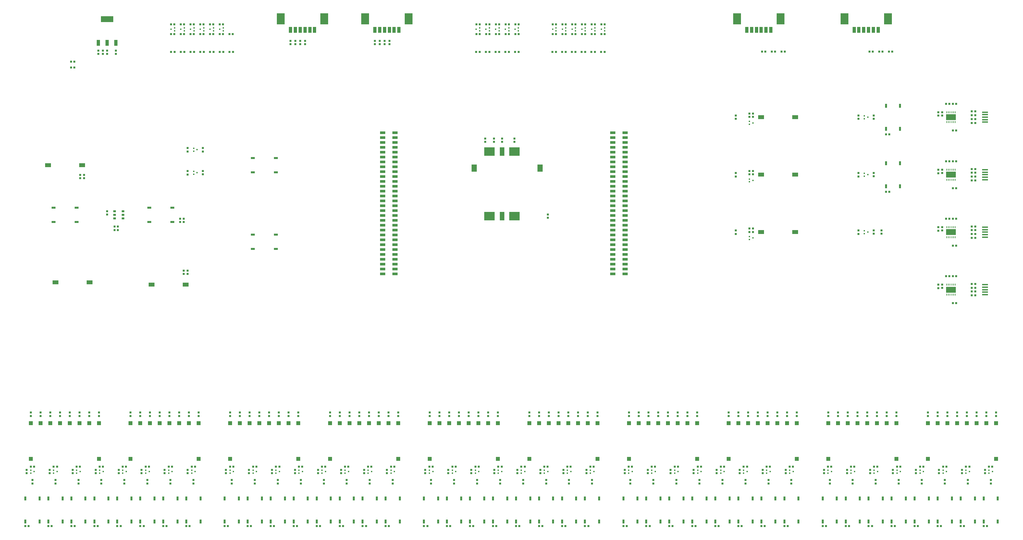
<source format=gtp>
G04*
G04 #@! TF.GenerationSoftware,Altium Limited,Altium Designer,20.0.13 (296)*
G04*
G04 Layer_Color=8421504*
%FSLAX25Y25*%
%MOIN*%
G70*
G01*
G75*
%ADD16R,0.05787X0.02914*%
%ADD17R,0.01850X0.02047*%
%ADD18R,0.02047X0.01850*%
%ADD19R,0.02362X0.01968*%
%ADD20R,0.01575X0.01575*%
%ADD21R,0.01575X0.01575*%
%ADD22R,0.05906X0.04331*%
%ADD23R,0.03150X0.01968*%
%ADD24R,0.00984X0.01968*%
%ADD25R,0.09843X0.06299*%
%ADD26R,0.05906X0.01772*%
%ADD27R,0.08268X0.11811*%
G04:AMPARAMS|DCode=28|XSize=62.99mil|YSize=31.89mil|CornerRadius=3.19mil|HoleSize=0mil|Usage=FLASHONLY|Rotation=270.000|XOffset=0mil|YOffset=0mil|HoleType=Round|Shape=RoundedRectangle|*
%AMROUNDEDRECTD28*
21,1,0.06299,0.02551,0,0,270.0*
21,1,0.05661,0.03189,0,0,270.0*
1,1,0.00638,-0.01276,-0.02831*
1,1,0.00638,-0.01276,0.02831*
1,1,0.00638,0.01276,0.02831*
1,1,0.00638,0.01276,-0.02831*
%
%ADD28ROUNDEDRECTD28*%
%ADD29R,0.03937X0.01968*%
%ADD30R,0.01968X0.02362*%
%ADD31R,0.03740X0.05906*%
%ADD32R,0.12795X0.05906*%
%ADD33R,0.05709X0.07677*%
%ADD34R,0.11024X0.08661*%
%ADD35R,0.04724X0.08661*%
%ADD36R,0.01968X0.03937*%
%ADD37R,0.04331X0.04331*%
%ADD38R,0.05787X0.02913*%
D16*
X634303Y426831D02*
D03*
X621602D02*
D03*
X634303Y421831D02*
D03*
X621602D02*
D03*
X634303Y416831D02*
D03*
X621602D02*
D03*
X634303Y411831D02*
D03*
X621602D02*
D03*
X634303Y406831D02*
D03*
X621602D02*
D03*
X634303Y401831D02*
D03*
X621602D02*
D03*
X634303Y396831D02*
D03*
X621602D02*
D03*
X634303Y391831D02*
D03*
X621602D02*
D03*
X634303Y386831D02*
D03*
X621602D02*
D03*
X634303Y381831D02*
D03*
X621602D02*
D03*
X634303Y376831D02*
D03*
X621602D02*
D03*
X634303Y371831D02*
D03*
X621602D02*
D03*
X634303Y366831D02*
D03*
X621602D02*
D03*
X634303Y361831D02*
D03*
X621602D02*
D03*
X634303Y356831D02*
D03*
X621602D02*
D03*
X634303Y351831D02*
D03*
X621602D02*
D03*
X634303Y346831D02*
D03*
X621602D02*
D03*
X634303Y341831D02*
D03*
X621602D02*
D03*
X634303Y336831D02*
D03*
X621602D02*
D03*
X634303Y331831D02*
D03*
X621602D02*
D03*
X634303Y326831D02*
D03*
X621602D02*
D03*
X634303Y321831D02*
D03*
X621602D02*
D03*
X634303Y316831D02*
D03*
X621602D02*
D03*
X634303Y311831D02*
D03*
X621602D02*
D03*
X634303Y306831D02*
D03*
X621602D02*
D03*
X634303Y301831D02*
D03*
X621602D02*
D03*
X634303Y296831D02*
D03*
X621602D02*
D03*
X634303Y291831D02*
D03*
X621602D02*
D03*
X634303Y286831D02*
D03*
X621602D02*
D03*
X634303Y281831D02*
D03*
X621602D02*
D03*
X398083Y426831D02*
D03*
X385382D02*
D03*
X398083Y421831D02*
D03*
X385382D02*
D03*
X398083Y416831D02*
D03*
X385382D02*
D03*
X398083Y411831D02*
D03*
X385382D02*
D03*
X398083Y406831D02*
D03*
X385382D02*
D03*
X398083Y401831D02*
D03*
X385382D02*
D03*
X398083Y396831D02*
D03*
X385382D02*
D03*
X398083Y391831D02*
D03*
X385382D02*
D03*
X398083Y386831D02*
D03*
X385382D02*
D03*
X398083Y381831D02*
D03*
X385382D02*
D03*
X398083Y376831D02*
D03*
X385382D02*
D03*
X398083Y371831D02*
D03*
X385382D02*
D03*
X398083Y366831D02*
D03*
X385382D02*
D03*
X398083Y361831D02*
D03*
X385382D02*
D03*
X398083Y356831D02*
D03*
X385382D02*
D03*
X398083Y351831D02*
D03*
X385382D02*
D03*
X398083Y346831D02*
D03*
X385382D02*
D03*
X398083Y341831D02*
D03*
X385382D02*
D03*
X398083Y336831D02*
D03*
X385382D02*
D03*
X398083Y331831D02*
D03*
X385382D02*
D03*
X398083Y326831D02*
D03*
X385382D02*
D03*
X398083Y321831D02*
D03*
X385382D02*
D03*
X398083Y316831D02*
D03*
X385382D02*
D03*
X398083Y311831D02*
D03*
X385382D02*
D03*
X398083Y306831D02*
D03*
X385382D02*
D03*
X398083Y301831D02*
D03*
X385382D02*
D03*
X398083Y296831D02*
D03*
X385382D02*
D03*
X398083Y291831D02*
D03*
X385382D02*
D03*
X398083Y286831D02*
D03*
X385382D02*
D03*
X398083Y281831D02*
D03*
X385382D02*
D03*
D17*
X525630Y22835D02*
D03*
X522244D02*
D03*
X549252D02*
D03*
X545866D02*
D03*
X572874D02*
D03*
X569488D02*
D03*
X596496D02*
D03*
X593111D02*
D03*
X635866D02*
D03*
X632481D02*
D03*
X659488D02*
D03*
X656103D02*
D03*
X683111D02*
D03*
X679725D02*
D03*
X706733D02*
D03*
X703347D02*
D03*
X730355D02*
D03*
X726969D02*
D03*
X753977D02*
D03*
X750591D02*
D03*
X777599D02*
D03*
X774213D02*
D03*
X801221D02*
D03*
X797835D02*
D03*
X1005945D02*
D03*
X1002559D02*
D03*
X982323D02*
D03*
X978937D02*
D03*
X958701D02*
D03*
X955315D02*
D03*
X935079D02*
D03*
X931693D02*
D03*
X911457D02*
D03*
X908071D02*
D03*
X887835D02*
D03*
X884449D02*
D03*
X864213D02*
D03*
X860827D02*
D03*
X840591D02*
D03*
X837205D02*
D03*
X109843Y326772D02*
D03*
X113228D02*
D03*
X109843Y330709D02*
D03*
X113228D02*
D03*
X905551Y366142D02*
D03*
X902165D02*
D03*
X905551Y425197D02*
D03*
X902165D02*
D03*
X990433Y259842D02*
D03*
X993819D02*
D03*
Y263779D02*
D03*
X990433D02*
D03*
Y267717D02*
D03*
X993819D02*
D03*
X990433Y271654D02*
D03*
X993819D02*
D03*
X990433Y318898D02*
D03*
X993819D02*
D03*
Y322835D02*
D03*
X990433D02*
D03*
Y326772D02*
D03*
X993819D02*
D03*
X990433Y330709D02*
D03*
X993819D02*
D03*
X990433Y377953D02*
D03*
X993819D02*
D03*
Y381890D02*
D03*
X990433D02*
D03*
Y385827D02*
D03*
X993819D02*
D03*
X990433Y389764D02*
D03*
X993819D02*
D03*
X974193Y370079D02*
D03*
X970807D02*
D03*
X974193Y311024D02*
D03*
X970807D02*
D03*
X974193Y251969D02*
D03*
X970807D02*
D03*
X974193Y279528D02*
D03*
X970807D02*
D03*
X974193Y338583D02*
D03*
X970807D02*
D03*
X974193Y397638D02*
D03*
X970807D02*
D03*
X967390D02*
D03*
X964004D02*
D03*
X967390Y338583D02*
D03*
X964004D02*
D03*
X967390Y279528D02*
D03*
X964004D02*
D03*
X974193Y429134D02*
D03*
X970807D02*
D03*
X974193Y456693D02*
D03*
X970807D02*
D03*
X967390D02*
D03*
X964004D02*
D03*
X990433Y437008D02*
D03*
X993819D02*
D03*
Y440945D02*
D03*
X990433D02*
D03*
Y444882D02*
D03*
X993819D02*
D03*
X990433Y448819D02*
D03*
X993819D02*
D03*
X774961Y510303D02*
D03*
X778346D02*
D03*
X784961D02*
D03*
X788346D02*
D03*
X794961D02*
D03*
X798347D02*
D03*
X168032Y538193D02*
D03*
X171417D02*
D03*
X168032Y528193D02*
D03*
X171417D02*
D03*
X326417Y83874D02*
D03*
X323031D02*
D03*
X350039D02*
D03*
X346654D02*
D03*
X373661D02*
D03*
X370276D02*
D03*
X397284D02*
D03*
X393898D02*
D03*
X231929D02*
D03*
X228543D02*
D03*
X255551D02*
D03*
X252165D02*
D03*
X279173D02*
D03*
X275787D02*
D03*
X302795D02*
D03*
X299410D02*
D03*
X531142D02*
D03*
X527756D02*
D03*
X554764D02*
D03*
X551378D02*
D03*
X578386D02*
D03*
X575000D02*
D03*
X602008D02*
D03*
X598622D02*
D03*
X436654D02*
D03*
X433268D02*
D03*
X460276D02*
D03*
X456890D02*
D03*
X483898D02*
D03*
X480512D02*
D03*
X507520D02*
D03*
X504134D02*
D03*
X735866D02*
D03*
X732480D02*
D03*
X759488D02*
D03*
X756102D02*
D03*
X783110D02*
D03*
X779724D02*
D03*
X806732D02*
D03*
X803347D02*
D03*
X641378D02*
D03*
X637992D02*
D03*
X665000D02*
D03*
X661614D02*
D03*
X688622D02*
D03*
X685236D02*
D03*
X712244D02*
D03*
X708858D02*
D03*
X940591D02*
D03*
X937205D02*
D03*
X964213D02*
D03*
X960827D02*
D03*
X987835D02*
D03*
X984449D02*
D03*
X1011457D02*
D03*
X1008071D02*
D03*
X846102D02*
D03*
X842717D02*
D03*
X869724D02*
D03*
X866339D02*
D03*
X893347D02*
D03*
X889961D02*
D03*
X916969D02*
D03*
X913583D02*
D03*
X50827D02*
D03*
X47441D02*
D03*
X74449D02*
D03*
X71063D02*
D03*
X98071D02*
D03*
X94685D02*
D03*
X121693D02*
D03*
X118307D02*
D03*
X145315D02*
D03*
X141929D02*
D03*
X168937D02*
D03*
X165551D02*
D03*
X192559D02*
D03*
X189173D02*
D03*
X27283D02*
D03*
X23898D02*
D03*
X223032Y22835D02*
D03*
X226418D02*
D03*
X246654D02*
D03*
X250040D02*
D03*
X270276D02*
D03*
X273662D02*
D03*
X293898D02*
D03*
X297284D02*
D03*
X317520D02*
D03*
X320906D02*
D03*
X341142D02*
D03*
X344528D02*
D03*
X364764D02*
D03*
X368150D02*
D03*
X388386D02*
D03*
X391772D02*
D03*
X427756D02*
D03*
X431142D02*
D03*
X451378D02*
D03*
X454764D02*
D03*
X475000D02*
D03*
X478386D02*
D03*
X498622D02*
D03*
X502008D02*
D03*
X41929D02*
D03*
X45315D02*
D03*
X65551D02*
D03*
X68937D02*
D03*
X89173D02*
D03*
X92559D02*
D03*
X112795D02*
D03*
X116181D02*
D03*
X136417D02*
D03*
X139803D02*
D03*
X160039D02*
D03*
X163425D02*
D03*
X183661D02*
D03*
X187047D02*
D03*
X18307D02*
D03*
X21693D02*
D03*
X521496Y538193D02*
D03*
X524882D02*
D03*
X491496D02*
D03*
X494882D02*
D03*
X481496D02*
D03*
X484882D02*
D03*
X521496Y528193D02*
D03*
X524882D02*
D03*
X491496D02*
D03*
X494882D02*
D03*
X481496D02*
D03*
X484882D02*
D03*
X501496Y538193D02*
D03*
X504882D02*
D03*
X511496D02*
D03*
X514882D02*
D03*
X501496Y528193D02*
D03*
X504882D02*
D03*
X511496D02*
D03*
X514882D02*
D03*
X188031Y538193D02*
D03*
X191417D02*
D03*
X178032Y538193D02*
D03*
X181417D02*
D03*
X68622Y500000D02*
D03*
X65236D02*
D03*
X188031Y528193D02*
D03*
X191417D02*
D03*
X178032D02*
D03*
X181417D02*
D03*
X218032Y538193D02*
D03*
X221417D02*
D03*
X208032D02*
D03*
X211417D02*
D03*
X198031D02*
D03*
X201417D02*
D03*
X231417Y528193D02*
D03*
X228031D02*
D03*
X218032D02*
D03*
X221417D02*
D03*
X208032D02*
D03*
X211417D02*
D03*
X198031D02*
D03*
X201417D02*
D03*
X589921Y538193D02*
D03*
X593307D02*
D03*
X599921D02*
D03*
X603307D02*
D03*
X609921D02*
D03*
X613307D02*
D03*
X589921Y528193D02*
D03*
X593307D02*
D03*
X599921D02*
D03*
X603307D02*
D03*
X609921D02*
D03*
X613307D02*
D03*
X559921Y538193D02*
D03*
X563307D02*
D03*
X569921D02*
D03*
X573307D02*
D03*
X579921D02*
D03*
X583307D02*
D03*
X559921Y528193D02*
D03*
X563307D02*
D03*
X569921D02*
D03*
X573307D02*
D03*
X579921D02*
D03*
X583307D02*
D03*
X895197Y510303D02*
D03*
X898583D02*
D03*
X905197D02*
D03*
X908583D02*
D03*
X885197D02*
D03*
X888583D02*
D03*
D18*
X181102Y335236D02*
D03*
Y338622D02*
D03*
X177165D02*
D03*
Y335236D02*
D03*
X200787Y387520D02*
D03*
Y384134D02*
D03*
Y411142D02*
D03*
Y407756D02*
D03*
X74646Y383583D02*
D03*
Y380197D02*
D03*
X78504D02*
D03*
Y383583D02*
D03*
X102362Y342874D02*
D03*
Y346260D02*
D03*
X765512Y325079D02*
D03*
Y328465D02*
D03*
X761969D02*
D03*
Y325079D02*
D03*
X765512Y384134D02*
D03*
Y387520D02*
D03*
X761969D02*
D03*
Y384134D02*
D03*
X765512Y443189D02*
D03*
Y446575D02*
D03*
X761969D02*
D03*
Y443189D02*
D03*
X889764Y323110D02*
D03*
Y326496D02*
D03*
X897638D02*
D03*
Y323110D02*
D03*
X889764Y382165D02*
D03*
Y385551D02*
D03*
Y441221D02*
D03*
Y444606D02*
D03*
X960000Y267480D02*
D03*
Y270866D02*
D03*
Y326535D02*
D03*
Y329921D02*
D03*
Y385591D02*
D03*
Y388976D02*
D03*
Y444646D02*
D03*
Y448032D02*
D03*
X387246Y517992D02*
D03*
Y521378D02*
D03*
X382324Y517992D02*
D03*
Y521378D02*
D03*
X377403Y517992D02*
D03*
Y521378D02*
D03*
X300631Y517992D02*
D03*
Y521378D02*
D03*
X295710Y517992D02*
D03*
Y521378D02*
D03*
X290789Y517992D02*
D03*
Y521378D02*
D03*
X184803Y285193D02*
D03*
Y281807D02*
D03*
X180945D02*
D03*
Y285193D02*
D03*
X111417Y507801D02*
D03*
Y511187D02*
D03*
X102362D02*
D03*
Y507801D02*
D03*
X97835D02*
D03*
Y511187D02*
D03*
X93307Y507801D02*
D03*
Y511187D02*
D03*
X555110Y339713D02*
D03*
Y343098D02*
D03*
X490622Y417665D02*
D03*
Y421051D02*
D03*
X499598Y417665D02*
D03*
Y421051D02*
D03*
X507866Y417665D02*
D03*
Y421051D02*
D03*
X520622Y417665D02*
D03*
Y421051D02*
D03*
X318898Y77181D02*
D03*
Y80567D02*
D03*
X342520Y77181D02*
D03*
Y80567D02*
D03*
X366142Y77181D02*
D03*
Y80567D02*
D03*
X389764Y77181D02*
D03*
Y80567D02*
D03*
X224410Y77181D02*
D03*
Y80567D02*
D03*
X248031Y77181D02*
D03*
Y80567D02*
D03*
X271654Y77181D02*
D03*
Y80567D02*
D03*
X295276Y77181D02*
D03*
Y80567D02*
D03*
X523622Y77181D02*
D03*
Y80567D02*
D03*
X547244Y77181D02*
D03*
Y80567D02*
D03*
X570866Y77181D02*
D03*
Y80567D02*
D03*
X594488Y77181D02*
D03*
Y80567D02*
D03*
X429134Y77181D02*
D03*
Y80567D02*
D03*
X452756Y77181D02*
D03*
Y80567D02*
D03*
X476378Y77181D02*
D03*
Y80567D02*
D03*
X500000Y77181D02*
D03*
Y80567D02*
D03*
X728346Y77181D02*
D03*
Y80567D02*
D03*
X751968Y77181D02*
D03*
Y80567D02*
D03*
X775591Y77181D02*
D03*
Y80567D02*
D03*
X799213Y77181D02*
D03*
Y80567D02*
D03*
X633858Y77181D02*
D03*
Y80567D02*
D03*
X657480Y77181D02*
D03*
Y80567D02*
D03*
X681102Y77181D02*
D03*
Y80567D02*
D03*
X704724Y77181D02*
D03*
Y80567D02*
D03*
X933071Y77181D02*
D03*
Y80567D02*
D03*
X956693Y77181D02*
D03*
Y80567D02*
D03*
X980315Y77181D02*
D03*
Y80567D02*
D03*
X1003937Y77181D02*
D03*
Y80567D02*
D03*
X838583Y77181D02*
D03*
Y80567D02*
D03*
X862205Y77181D02*
D03*
Y80567D02*
D03*
X885827Y77181D02*
D03*
Y80567D02*
D03*
X909449Y77181D02*
D03*
Y80567D02*
D03*
X43307Y77181D02*
D03*
Y80567D02*
D03*
X66929Y77181D02*
D03*
Y80567D02*
D03*
X90551Y77181D02*
D03*
Y80567D02*
D03*
X114173Y77181D02*
D03*
Y80567D02*
D03*
X137795Y77181D02*
D03*
Y80567D02*
D03*
X161417Y77181D02*
D03*
Y80567D02*
D03*
X185039Y77181D02*
D03*
Y80567D02*
D03*
X19685Y77181D02*
D03*
Y80567D02*
D03*
X1015315Y136102D02*
D03*
Y139488D02*
D03*
X1005315Y136102D02*
D03*
Y139488D02*
D03*
X995315Y136102D02*
D03*
Y139488D02*
D03*
X985315Y136102D02*
D03*
Y139488D02*
D03*
X975315Y136102D02*
D03*
Y139488D02*
D03*
X965315Y136102D02*
D03*
Y139488D02*
D03*
X955315Y136102D02*
D03*
Y139488D02*
D03*
X945315Y136102D02*
D03*
Y139488D02*
D03*
X740590Y136102D02*
D03*
Y139488D02*
D03*
X750591Y136102D02*
D03*
Y139488D02*
D03*
X760591Y136102D02*
D03*
Y139488D02*
D03*
X770590Y136102D02*
D03*
Y139488D02*
D03*
X780590Y136102D02*
D03*
Y139488D02*
D03*
X790590Y136102D02*
D03*
Y139488D02*
D03*
X800591Y136102D02*
D03*
Y139488D02*
D03*
X810590Y136102D02*
D03*
Y139488D02*
D03*
X535866Y136102D02*
D03*
Y139488D02*
D03*
X545866Y136102D02*
D03*
Y139488D02*
D03*
X555866Y136102D02*
D03*
Y139488D02*
D03*
X565866Y136102D02*
D03*
Y139488D02*
D03*
X575866Y136102D02*
D03*
Y139488D02*
D03*
X585866Y136102D02*
D03*
Y139488D02*
D03*
X595866Y136102D02*
D03*
Y139488D02*
D03*
X605866Y136102D02*
D03*
Y139488D02*
D03*
X331142Y136102D02*
D03*
Y139488D02*
D03*
X341142Y136102D02*
D03*
Y139488D02*
D03*
X351142Y136102D02*
D03*
Y139488D02*
D03*
X361142Y136102D02*
D03*
Y139488D02*
D03*
X371142Y136102D02*
D03*
Y139488D02*
D03*
X381142Y136102D02*
D03*
Y139488D02*
D03*
X391142Y136102D02*
D03*
Y139488D02*
D03*
X401142Y136102D02*
D03*
Y139488D02*
D03*
X912953Y136102D02*
D03*
Y139488D02*
D03*
X902953Y136102D02*
D03*
Y139488D02*
D03*
X892953Y136102D02*
D03*
Y139488D02*
D03*
X882953Y136102D02*
D03*
Y139488D02*
D03*
X872953Y136102D02*
D03*
Y139488D02*
D03*
X862953Y136102D02*
D03*
Y139488D02*
D03*
X852953Y136102D02*
D03*
Y139488D02*
D03*
X842953Y136102D02*
D03*
Y139488D02*
D03*
X708228Y136102D02*
D03*
Y139488D02*
D03*
X698228Y136102D02*
D03*
Y139488D02*
D03*
X688228Y136102D02*
D03*
Y139488D02*
D03*
X678228Y136102D02*
D03*
Y139488D02*
D03*
X668228Y136102D02*
D03*
Y139488D02*
D03*
X658228Y136102D02*
D03*
Y139488D02*
D03*
X648228Y136102D02*
D03*
Y139488D02*
D03*
X638228Y136102D02*
D03*
Y139488D02*
D03*
X503504Y136102D02*
D03*
Y139488D02*
D03*
X493504Y136102D02*
D03*
Y139488D02*
D03*
X483504Y136102D02*
D03*
Y139488D02*
D03*
X473504Y136102D02*
D03*
Y139488D02*
D03*
X463504Y136102D02*
D03*
Y139488D02*
D03*
X453504Y136102D02*
D03*
Y139488D02*
D03*
X443504Y136102D02*
D03*
Y139488D02*
D03*
X433504Y136102D02*
D03*
Y139488D02*
D03*
X228780Y136102D02*
D03*
Y139488D02*
D03*
X238779Y136102D02*
D03*
Y139488D02*
D03*
X248780Y136102D02*
D03*
Y139488D02*
D03*
X258780Y136102D02*
D03*
Y139488D02*
D03*
X268779Y136102D02*
D03*
Y139488D02*
D03*
X278780Y136102D02*
D03*
Y139488D02*
D03*
X288779Y136102D02*
D03*
Y139488D02*
D03*
X298780Y136102D02*
D03*
Y139488D02*
D03*
X126417Y136102D02*
D03*
Y139488D02*
D03*
X136417Y136102D02*
D03*
Y139488D02*
D03*
X146417Y136102D02*
D03*
Y139488D02*
D03*
X156417Y136102D02*
D03*
Y139488D02*
D03*
X166417Y136102D02*
D03*
Y139488D02*
D03*
X176417Y136102D02*
D03*
Y139488D02*
D03*
X186417Y136102D02*
D03*
Y139488D02*
D03*
X196417Y136102D02*
D03*
Y139488D02*
D03*
X94000Y136102D02*
D03*
Y139488D02*
D03*
X84000Y136102D02*
D03*
Y139488D02*
D03*
X74000Y136102D02*
D03*
Y139488D02*
D03*
X64000Y136102D02*
D03*
Y139488D02*
D03*
X54000Y136102D02*
D03*
Y139488D02*
D03*
X44000Y136102D02*
D03*
Y139488D02*
D03*
X34000Y136102D02*
D03*
Y139488D02*
D03*
X24000Y136102D02*
D03*
Y139488D02*
D03*
D19*
X185039Y387520D02*
D03*
Y383976D02*
D03*
Y411221D02*
D03*
Y407677D02*
D03*
X748032Y323031D02*
D03*
Y326575D02*
D03*
Y382087D02*
D03*
Y385630D02*
D03*
Y441142D02*
D03*
Y444685D02*
D03*
X874016Y323031D02*
D03*
Y326575D02*
D03*
Y382087D02*
D03*
Y385630D02*
D03*
Y441142D02*
D03*
Y444685D02*
D03*
X956000Y270866D02*
D03*
Y267323D02*
D03*
Y329921D02*
D03*
Y326378D02*
D03*
Y388976D02*
D03*
Y385433D02*
D03*
Y448032D02*
D03*
Y444488D02*
D03*
X392167Y517835D02*
D03*
Y521378D02*
D03*
X305553Y517835D02*
D03*
Y521378D02*
D03*
X938976Y70272D02*
D03*
Y66728D02*
D03*
X962598Y70272D02*
D03*
Y66728D02*
D03*
X986220Y70272D02*
D03*
Y66728D02*
D03*
X1009842Y70272D02*
D03*
Y66728D02*
D03*
X844488Y70272D02*
D03*
Y66728D02*
D03*
X868110Y70272D02*
D03*
Y66728D02*
D03*
X891732Y70272D02*
D03*
Y66728D02*
D03*
X915354Y70272D02*
D03*
Y66728D02*
D03*
X734252Y70272D02*
D03*
Y66728D02*
D03*
X757874Y70272D02*
D03*
Y66728D02*
D03*
X781496Y70272D02*
D03*
Y66728D02*
D03*
X805118Y70272D02*
D03*
Y66728D02*
D03*
X639764Y70272D02*
D03*
Y66728D02*
D03*
X663386Y70272D02*
D03*
Y66728D02*
D03*
X687008Y70272D02*
D03*
Y66728D02*
D03*
X710630Y70272D02*
D03*
Y66728D02*
D03*
X529528Y70272D02*
D03*
Y66728D02*
D03*
X553150Y70272D02*
D03*
Y66728D02*
D03*
X576772Y70272D02*
D03*
Y66728D02*
D03*
X600394Y70272D02*
D03*
Y66728D02*
D03*
X435039Y70272D02*
D03*
Y66728D02*
D03*
X458661Y70272D02*
D03*
Y66728D02*
D03*
X482283Y70272D02*
D03*
Y66728D02*
D03*
X505905Y70272D02*
D03*
Y66728D02*
D03*
X324803Y70272D02*
D03*
Y66728D02*
D03*
X348425Y70272D02*
D03*
Y66728D02*
D03*
X372047Y70272D02*
D03*
Y66728D02*
D03*
X395669Y70272D02*
D03*
Y66728D02*
D03*
X230315Y70272D02*
D03*
Y66728D02*
D03*
X253937Y70272D02*
D03*
Y66728D02*
D03*
X277559Y70272D02*
D03*
Y66728D02*
D03*
X301181Y70272D02*
D03*
Y66728D02*
D03*
X49213Y70272D02*
D03*
Y66728D02*
D03*
X72835Y70272D02*
D03*
Y66728D02*
D03*
X96457Y70272D02*
D03*
Y66728D02*
D03*
X120079Y70272D02*
D03*
Y66728D02*
D03*
X143701Y70272D02*
D03*
Y66728D02*
D03*
X167323Y70272D02*
D03*
Y66728D02*
D03*
X190945Y70272D02*
D03*
Y66728D02*
D03*
X25591Y70272D02*
D03*
Y66728D02*
D03*
D20*
X194685Y385827D02*
D03*
Y409449D02*
D03*
X765551Y318898D02*
D03*
Y377953D02*
D03*
Y437008D02*
D03*
X883661Y324803D02*
D03*
Y383858D02*
D03*
Y442913D02*
D03*
X167953Y533193D02*
D03*
X326575Y78874D02*
D03*
X350197D02*
D03*
X373819D02*
D03*
X397441D02*
D03*
X232087D02*
D03*
X255709D02*
D03*
X279331D02*
D03*
X302953D02*
D03*
X531299D02*
D03*
X554921D02*
D03*
X578543D02*
D03*
X602165D02*
D03*
X436811D02*
D03*
X460433D02*
D03*
X484055D02*
D03*
X507677D02*
D03*
X736024D02*
D03*
X759646D02*
D03*
X783268D02*
D03*
X806890D02*
D03*
X641535D02*
D03*
X665158D02*
D03*
X688779D02*
D03*
X712402D02*
D03*
X940748D02*
D03*
X964370D02*
D03*
X987992D02*
D03*
X1011614D02*
D03*
X846260D02*
D03*
X869882D02*
D03*
X893504D02*
D03*
X917126D02*
D03*
X50984D02*
D03*
X74606D02*
D03*
X98228D02*
D03*
X121850D02*
D03*
X145472D02*
D03*
X169095D02*
D03*
X192717D02*
D03*
X27362D02*
D03*
X521232Y533193D02*
D03*
X491417D02*
D03*
X481417D02*
D03*
X501417D02*
D03*
X511417D02*
D03*
X187953D02*
D03*
X177953D02*
D03*
X217953D02*
D03*
X207953D02*
D03*
X197953D02*
D03*
X589843D02*
D03*
X599843D02*
D03*
X609842D02*
D03*
X559842D02*
D03*
X569842D02*
D03*
X579843D02*
D03*
D21*
X191142Y384350D02*
D03*
Y387303D02*
D03*
Y407972D02*
D03*
Y410925D02*
D03*
X762008Y320374D02*
D03*
Y317421D02*
D03*
Y379429D02*
D03*
Y376476D02*
D03*
Y438484D02*
D03*
Y435532D02*
D03*
X880118Y326279D02*
D03*
Y323327D02*
D03*
Y385335D02*
D03*
Y382382D02*
D03*
Y444390D02*
D03*
Y441437D02*
D03*
X171496Y531716D02*
D03*
Y534669D02*
D03*
X323031Y80350D02*
D03*
Y77398D02*
D03*
X346654Y80350D02*
D03*
Y77398D02*
D03*
X370276Y80350D02*
D03*
Y77398D02*
D03*
X393898Y80350D02*
D03*
Y77398D02*
D03*
X228543Y80350D02*
D03*
Y77398D02*
D03*
X252165Y80350D02*
D03*
Y77398D02*
D03*
X275787Y80350D02*
D03*
Y77398D02*
D03*
X299410Y80350D02*
D03*
Y77398D02*
D03*
X527756Y80350D02*
D03*
Y77398D02*
D03*
X551378Y80350D02*
D03*
Y77398D02*
D03*
X575000Y80350D02*
D03*
Y77398D02*
D03*
X598622Y80350D02*
D03*
Y77398D02*
D03*
X433268Y80350D02*
D03*
Y77398D02*
D03*
X456890Y80350D02*
D03*
Y77398D02*
D03*
X480512Y80350D02*
D03*
Y77398D02*
D03*
X504134Y80350D02*
D03*
Y77398D02*
D03*
X732480Y80350D02*
D03*
Y77398D02*
D03*
X756102Y80350D02*
D03*
Y77398D02*
D03*
X779724Y80350D02*
D03*
Y77398D02*
D03*
X803347Y80350D02*
D03*
Y77398D02*
D03*
X637992Y80350D02*
D03*
Y77398D02*
D03*
X661614Y80350D02*
D03*
Y77398D02*
D03*
X685236Y80350D02*
D03*
Y77398D02*
D03*
X708858Y80350D02*
D03*
Y77398D02*
D03*
X937205Y80350D02*
D03*
Y77398D02*
D03*
X960827Y80350D02*
D03*
Y77398D02*
D03*
X984449Y80350D02*
D03*
Y77398D02*
D03*
X1008071Y80350D02*
D03*
Y77398D02*
D03*
X842717Y80350D02*
D03*
Y77398D02*
D03*
X866339Y80350D02*
D03*
Y77398D02*
D03*
X889961Y80350D02*
D03*
Y77398D02*
D03*
X913583Y80350D02*
D03*
Y77398D02*
D03*
X47441Y80350D02*
D03*
Y77398D02*
D03*
X71063Y80350D02*
D03*
Y77398D02*
D03*
X94685Y80350D02*
D03*
Y77398D02*
D03*
X118307Y80350D02*
D03*
Y77398D02*
D03*
X141929Y80350D02*
D03*
Y77398D02*
D03*
X165551Y80350D02*
D03*
Y77398D02*
D03*
X189173Y80350D02*
D03*
Y77398D02*
D03*
X23819Y80350D02*
D03*
Y77398D02*
D03*
X524776Y531716D02*
D03*
Y534669D02*
D03*
X494961Y531716D02*
D03*
Y534669D02*
D03*
X484961Y531716D02*
D03*
Y534669D02*
D03*
X504961Y531716D02*
D03*
Y534669D02*
D03*
X514961Y531716D02*
D03*
Y534669D02*
D03*
X191496Y531716D02*
D03*
Y534669D02*
D03*
X181496Y531716D02*
D03*
Y534669D02*
D03*
X221496Y531716D02*
D03*
Y534669D02*
D03*
X211496Y531716D02*
D03*
Y534669D02*
D03*
X201496Y531716D02*
D03*
Y534669D02*
D03*
X593386Y531716D02*
D03*
Y534669D02*
D03*
X603386Y531716D02*
D03*
Y534669D02*
D03*
X613386Y531716D02*
D03*
Y534669D02*
D03*
X563386Y531716D02*
D03*
Y534669D02*
D03*
X573386Y531716D02*
D03*
Y534669D02*
D03*
X583386Y531716D02*
D03*
Y534669D02*
D03*
D22*
X41535Y393701D02*
D03*
X76575D02*
D03*
X773819Y324803D02*
D03*
X808858D02*
D03*
X773819Y383858D02*
D03*
X808858D02*
D03*
X773819Y442913D02*
D03*
X808858D02*
D03*
X84449Y273146D02*
D03*
X49409D02*
D03*
X182874Y271000D02*
D03*
X147835D02*
D03*
D23*
X118504Y342520D02*
D03*
Y346260D02*
D03*
Y338779D02*
D03*
X109843D02*
D03*
Y342520D02*
D03*
Y346260D02*
D03*
D24*
X969886Y378740D02*
D03*
X971657D02*
D03*
X973429D02*
D03*
X968114D02*
D03*
X966343D02*
D03*
X964571D02*
D03*
X969886Y388976D02*
D03*
X971657D02*
D03*
X973429D02*
D03*
X968114D02*
D03*
X966343D02*
D03*
X964571D02*
D03*
X969886Y319685D02*
D03*
X971657D02*
D03*
X973429D02*
D03*
X968114D02*
D03*
X966343D02*
D03*
X964571D02*
D03*
X969886Y329921D02*
D03*
X971657D02*
D03*
X973429D02*
D03*
X968114D02*
D03*
X966343D02*
D03*
X964571D02*
D03*
X969886Y260630D02*
D03*
X971657D02*
D03*
X973429D02*
D03*
X968114D02*
D03*
X966343D02*
D03*
X964571D02*
D03*
X969886Y270866D02*
D03*
X971657D02*
D03*
X973429D02*
D03*
X968114D02*
D03*
X966343D02*
D03*
X964571D02*
D03*
X969886Y437795D02*
D03*
X971657D02*
D03*
X973429D02*
D03*
X968114D02*
D03*
X966343D02*
D03*
X964571D02*
D03*
X969886Y448032D02*
D03*
X971657D02*
D03*
X973429D02*
D03*
X968114D02*
D03*
X966343D02*
D03*
X964571D02*
D03*
D25*
X969000Y383858D02*
D03*
Y324803D02*
D03*
Y265748D02*
D03*
Y442913D02*
D03*
D26*
X1003937Y270866D02*
D03*
Y268307D02*
D03*
Y260630D02*
D03*
Y263189D02*
D03*
Y265748D02*
D03*
Y329921D02*
D03*
Y327362D02*
D03*
Y319685D02*
D03*
Y322244D02*
D03*
Y324803D02*
D03*
Y388976D02*
D03*
Y386417D02*
D03*
Y378740D02*
D03*
Y381299D02*
D03*
Y383858D02*
D03*
Y448032D02*
D03*
Y445472D02*
D03*
Y437795D02*
D03*
Y440354D02*
D03*
Y442913D02*
D03*
D27*
X412049Y544095D02*
D03*
X367364D02*
D03*
X325435D02*
D03*
X280750D02*
D03*
X904175D02*
D03*
X859490D02*
D03*
X793939D02*
D03*
X749254D02*
D03*
D28*
X397088Y532677D02*
D03*
X402009D02*
D03*
X392167D02*
D03*
X382324D02*
D03*
X387246D02*
D03*
X377403D02*
D03*
X310474D02*
D03*
X315395D02*
D03*
X305553D02*
D03*
X295710D02*
D03*
X300631D02*
D03*
X290789D02*
D03*
X889214D02*
D03*
X894135D02*
D03*
X884293D02*
D03*
X874450D02*
D03*
X879372D02*
D03*
X869529D02*
D03*
X778978D02*
D03*
X783899D02*
D03*
X774057D02*
D03*
X764214D02*
D03*
X769135D02*
D03*
X759293D02*
D03*
D29*
X251969Y386417D02*
D03*
Y400984D02*
D03*
X275590Y386417D02*
D03*
Y400984D02*
D03*
X251969Y307677D02*
D03*
Y322244D02*
D03*
X275590Y307677D02*
D03*
Y322244D02*
D03*
X169291Y349803D02*
D03*
Y335236D02*
D03*
X145669Y349803D02*
D03*
Y335236D02*
D03*
X70866Y349803D02*
D03*
Y335236D02*
D03*
X47244Y349803D02*
D03*
Y335236D02*
D03*
D30*
X181575Y509842D02*
D03*
X178032D02*
D03*
X171575D02*
D03*
X168032D02*
D03*
X524882D02*
D03*
X521339D02*
D03*
X494882D02*
D03*
X491339D02*
D03*
X484882D02*
D03*
X481339D02*
D03*
X504882D02*
D03*
X501339D02*
D03*
X514882D02*
D03*
X511339D02*
D03*
X68701Y494095D02*
D03*
X65158D02*
D03*
X191575Y509842D02*
D03*
X188031D02*
D03*
X231575D02*
D03*
X228031D02*
D03*
X221575D02*
D03*
X218032D02*
D03*
X211575D02*
D03*
X208032D02*
D03*
X201575D02*
D03*
X198031D02*
D03*
X593307D02*
D03*
X589764D02*
D03*
X603307D02*
D03*
X599764D02*
D03*
X613307D02*
D03*
X609764D02*
D03*
X563307D02*
D03*
X559764D02*
D03*
X573307D02*
D03*
X569764D02*
D03*
X583307D02*
D03*
X579764D02*
D03*
D31*
X111417Y519291D02*
D03*
X102362D02*
D03*
X93307D02*
D03*
D32*
X102362Y543701D02*
D03*
D33*
X547000Y390500D02*
D03*
X479441D02*
D03*
D34*
X520622Y407547D02*
D03*
X495110D02*
D03*
X520622Y341406D02*
D03*
X495110D02*
D03*
D35*
X507866Y407547D02*
D03*
Y341406D02*
D03*
D36*
X1017126Y27559D02*
D03*
X1002559D02*
D03*
X1017126Y51181D02*
D03*
X1002559D02*
D03*
X993504Y27559D02*
D03*
X978937D02*
D03*
X993504Y51181D02*
D03*
X978937D02*
D03*
X969882Y27559D02*
D03*
X955315D02*
D03*
X969882Y51181D02*
D03*
X955315D02*
D03*
X946260Y27559D02*
D03*
X931693D02*
D03*
X946260Y51181D02*
D03*
X931693D02*
D03*
X922638Y27559D02*
D03*
X908071D02*
D03*
X922638Y51181D02*
D03*
X908071D02*
D03*
X899016Y27559D02*
D03*
X884449D02*
D03*
X899016Y51181D02*
D03*
X884449D02*
D03*
X875394Y27559D02*
D03*
X860827D02*
D03*
X875394Y51181D02*
D03*
X860827D02*
D03*
X851772Y27559D02*
D03*
X837205D02*
D03*
X851772Y51181D02*
D03*
X837205D02*
D03*
X647048Y27559D02*
D03*
X632481D02*
D03*
X647048Y51181D02*
D03*
X632481D02*
D03*
X670670Y27559D02*
D03*
X656103D02*
D03*
X670670Y51181D02*
D03*
X656103D02*
D03*
X694292Y27559D02*
D03*
X679725D02*
D03*
X694292Y51181D02*
D03*
X679725D02*
D03*
X717914Y27559D02*
D03*
X703347D02*
D03*
X717914Y51181D02*
D03*
X703347D02*
D03*
X741536Y27559D02*
D03*
X726969D02*
D03*
X741536Y51181D02*
D03*
X726969D02*
D03*
X765158Y27559D02*
D03*
X750591D02*
D03*
X765158Y51181D02*
D03*
X750591D02*
D03*
X788780Y27559D02*
D03*
X774213D02*
D03*
X788780Y51181D02*
D03*
X774213D02*
D03*
X812402Y27559D02*
D03*
X797835D02*
D03*
X812402Y51181D02*
D03*
X797835D02*
D03*
X442323Y27559D02*
D03*
X427756D02*
D03*
X442323Y51181D02*
D03*
X427756D02*
D03*
X465945Y27559D02*
D03*
X451378D02*
D03*
X465945Y51181D02*
D03*
X451378D02*
D03*
X489567Y27559D02*
D03*
X475000D02*
D03*
X489567Y51181D02*
D03*
X475000D02*
D03*
X513189Y27559D02*
D03*
X498622D02*
D03*
X513189Y51181D02*
D03*
X498622D02*
D03*
X536811Y27559D02*
D03*
X522244D02*
D03*
X536811Y51181D02*
D03*
X522244D02*
D03*
X560433Y27559D02*
D03*
X545866D02*
D03*
X560433Y51181D02*
D03*
X545866D02*
D03*
X584055Y27559D02*
D03*
X569488D02*
D03*
X584055Y51181D02*
D03*
X569488D02*
D03*
X607678Y27559D02*
D03*
X593111D02*
D03*
X607678Y51181D02*
D03*
X593111D02*
D03*
X237599Y27559D02*
D03*
X223032D02*
D03*
X237599Y51181D02*
D03*
X223032D02*
D03*
X261221Y27559D02*
D03*
X246654D02*
D03*
X261221Y51181D02*
D03*
X246654D02*
D03*
X284843Y27559D02*
D03*
X270276D02*
D03*
X284843Y51181D02*
D03*
X270276D02*
D03*
X308465Y27559D02*
D03*
X293898D02*
D03*
X308465Y51181D02*
D03*
X293898D02*
D03*
X332087Y27559D02*
D03*
X317520D02*
D03*
X332087Y51181D02*
D03*
X317520D02*
D03*
X355709Y27559D02*
D03*
X341142D02*
D03*
X355709Y51181D02*
D03*
X341142D02*
D03*
X379331Y27559D02*
D03*
X364764D02*
D03*
X379331Y51181D02*
D03*
X364764D02*
D03*
X402953Y27559D02*
D03*
X388386D02*
D03*
X402953Y51181D02*
D03*
X388386D02*
D03*
X32874Y27559D02*
D03*
X18307D02*
D03*
X32874Y51181D02*
D03*
X18307D02*
D03*
X56496Y27559D02*
D03*
X41929D02*
D03*
X56496Y51181D02*
D03*
X41929D02*
D03*
X80118Y27559D02*
D03*
X65551D02*
D03*
X80118Y51181D02*
D03*
X65551D02*
D03*
X103740Y27559D02*
D03*
X89173D02*
D03*
X103740Y51181D02*
D03*
X89173D02*
D03*
X127362Y27559D02*
D03*
X112795D02*
D03*
X127362Y51181D02*
D03*
X112795D02*
D03*
X150984Y27559D02*
D03*
X136417D02*
D03*
X150984Y51181D02*
D03*
X136417D02*
D03*
X174606Y27559D02*
D03*
X160039D02*
D03*
X174606Y51181D02*
D03*
X160039D02*
D03*
X198228Y27559D02*
D03*
X183661D02*
D03*
X198228Y51181D02*
D03*
X183661D02*
D03*
X916732Y372047D02*
D03*
X902165D02*
D03*
X916732Y395669D02*
D03*
X902165D02*
D03*
X916732Y431102D02*
D03*
X902165D02*
D03*
X916732Y454724D02*
D03*
X902165D02*
D03*
D37*
X842953Y128543D02*
D03*
X852953D02*
D03*
X862953D02*
D03*
X872953D02*
D03*
X882953D02*
D03*
X892953D02*
D03*
X902953D02*
D03*
X912953D02*
D03*
X842953Y91929D02*
D03*
X912953D02*
D03*
X638228Y128543D02*
D03*
X648228D02*
D03*
X658228D02*
D03*
X668228D02*
D03*
X678228D02*
D03*
X688228D02*
D03*
X698228D02*
D03*
X708228D02*
D03*
X638228Y91929D02*
D03*
X708228D02*
D03*
X433504Y128543D02*
D03*
X443504D02*
D03*
X453504D02*
D03*
X463504D02*
D03*
X473504D02*
D03*
X483504D02*
D03*
X493504D02*
D03*
X503504D02*
D03*
X433504Y91929D02*
D03*
X503504D02*
D03*
X535866Y128543D02*
D03*
X545866D02*
D03*
X555866D02*
D03*
X565866D02*
D03*
X575866D02*
D03*
X585866D02*
D03*
X595866D02*
D03*
X605866D02*
D03*
X535866Y91929D02*
D03*
X605866D02*
D03*
X740590Y128543D02*
D03*
X750591D02*
D03*
X760591D02*
D03*
X770590D02*
D03*
X780590D02*
D03*
X790590D02*
D03*
X800591D02*
D03*
X810590D02*
D03*
X740590Y91929D02*
D03*
X810590D02*
D03*
X945315Y128543D02*
D03*
X955315D02*
D03*
X965315D02*
D03*
X975315D02*
D03*
X985315D02*
D03*
X995315D02*
D03*
X1005315D02*
D03*
X1015315D02*
D03*
X945315Y91929D02*
D03*
X1015315D02*
D03*
X331142Y128543D02*
D03*
X341142D02*
D03*
X351142D02*
D03*
X361142D02*
D03*
X371142D02*
D03*
X381142D02*
D03*
X391142D02*
D03*
X401142D02*
D03*
X331142Y91929D02*
D03*
X401142D02*
D03*
X228780Y128543D02*
D03*
X238779D02*
D03*
X248780D02*
D03*
X258780D02*
D03*
X268779D02*
D03*
X278780D02*
D03*
X288779D02*
D03*
X298780D02*
D03*
X228780Y91929D02*
D03*
X298780D02*
D03*
X126417Y128543D02*
D03*
X136417D02*
D03*
X146417D02*
D03*
X156417D02*
D03*
X166417D02*
D03*
X176417D02*
D03*
X186417D02*
D03*
X196417D02*
D03*
X126417Y91929D02*
D03*
X196417D02*
D03*
X24055Y128543D02*
D03*
X34055D02*
D03*
X44055D02*
D03*
X54055D02*
D03*
X64055D02*
D03*
X74055D02*
D03*
X84055D02*
D03*
X94055D02*
D03*
X24055Y91929D02*
D03*
X94055D02*
D03*
D38*
X634303Y426831D02*
D03*
X621603D02*
D03*
X634303Y421831D02*
D03*
X621603D02*
D03*
X634303Y416831D02*
D03*
X621603D02*
D03*
X634303Y411831D02*
D03*
X621603D02*
D03*
X634303Y406831D02*
D03*
X621603D02*
D03*
X634303Y401831D02*
D03*
X621603D02*
D03*
X634303Y396831D02*
D03*
X621603D02*
D03*
X634303Y391831D02*
D03*
X621603D02*
D03*
X634303Y386831D02*
D03*
X621603D02*
D03*
X634303Y381831D02*
D03*
X621603D02*
D03*
X634303Y376831D02*
D03*
X621603D02*
D03*
X634303Y371831D02*
D03*
X621603D02*
D03*
X634303Y366831D02*
D03*
X621603D02*
D03*
X634303Y361831D02*
D03*
X621603D02*
D03*
X634303Y356831D02*
D03*
X621603D02*
D03*
X634303Y351831D02*
D03*
X621603D02*
D03*
X634303Y346831D02*
D03*
X621603D02*
D03*
X634303Y341831D02*
D03*
X621603D02*
D03*
X634303Y336831D02*
D03*
X621603D02*
D03*
X634303Y331831D02*
D03*
X621603D02*
D03*
X634303Y326831D02*
D03*
X621603D02*
D03*
X634303Y321831D02*
D03*
X621603D02*
D03*
X634303Y316831D02*
D03*
X621603D02*
D03*
X634303Y311831D02*
D03*
X621603D02*
D03*
X634303Y306831D02*
D03*
X621603D02*
D03*
X634303Y301831D02*
D03*
X621603D02*
D03*
X634303Y296831D02*
D03*
X621603D02*
D03*
X634303Y291831D02*
D03*
X621603D02*
D03*
X634303Y286831D02*
D03*
X621603D02*
D03*
X634303Y281831D02*
D03*
X621603D02*
D03*
X398082Y426831D02*
D03*
X385382D02*
D03*
X398082Y421831D02*
D03*
X385382D02*
D03*
X398082Y416831D02*
D03*
X385382D02*
D03*
X398082Y411831D02*
D03*
X385382D02*
D03*
X398082Y406831D02*
D03*
X385382D02*
D03*
X398082Y401831D02*
D03*
X385382D02*
D03*
X398082Y396831D02*
D03*
X385382D02*
D03*
X398082Y391831D02*
D03*
X385382D02*
D03*
X398082Y386831D02*
D03*
X385382D02*
D03*
X398082Y381831D02*
D03*
X385382D02*
D03*
X398082Y376831D02*
D03*
X385382D02*
D03*
X398082Y371831D02*
D03*
X385382D02*
D03*
X398082Y366831D02*
D03*
X385382D02*
D03*
X398082Y361831D02*
D03*
X385382D02*
D03*
X398082Y356831D02*
D03*
X385382D02*
D03*
X398082Y351831D02*
D03*
X385382D02*
D03*
X398082Y346831D02*
D03*
X385382D02*
D03*
X398082Y341831D02*
D03*
X385382D02*
D03*
X398082Y336831D02*
D03*
X385382D02*
D03*
X398082Y331831D02*
D03*
X385382D02*
D03*
X398082Y326831D02*
D03*
X385382D02*
D03*
X398082Y321831D02*
D03*
X385382D02*
D03*
X398082Y316831D02*
D03*
X385382D02*
D03*
X398082Y311831D02*
D03*
X385382D02*
D03*
X398082Y306831D02*
D03*
X385382D02*
D03*
X398082Y301831D02*
D03*
X385382D02*
D03*
X398082Y296831D02*
D03*
X385382D02*
D03*
X398082Y291831D02*
D03*
X385382D02*
D03*
X398082Y286831D02*
D03*
X385382D02*
D03*
X398082Y281831D02*
D03*
X385382D02*
D03*
M02*

</source>
